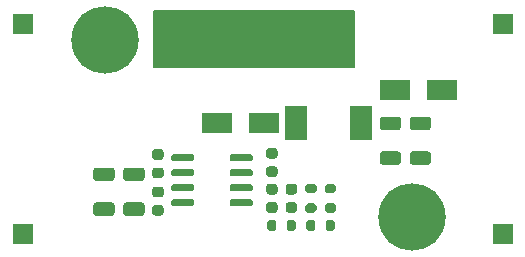
<source format=gts>
%TF.GenerationSoftware,KiCad,Pcbnew,(5.1.9)-1*%
%TF.CreationDate,2021-01-18T19:47:50+01:00*%
%TF.ProjectId,DC-DC-only,44432d44-432d-46f6-9e6c-792e6b696361,rev?*%
%TF.SameCoordinates,Original*%
%TF.FileFunction,Soldermask,Top*%
%TF.FilePolarity,Negative*%
%FSLAX46Y46*%
G04 Gerber Fmt 4.6, Leading zero omitted, Abs format (unit mm)*
G04 Created by KiCad (PCBNEW (5.1.9)-1) date 2021-01-18 19:47:50*
%MOMM*%
%LPD*%
G01*
G04 APERTURE LIST*
%ADD10C,0.150000*%
%ADD11R,2.500000X1.800000*%
%ADD12R,1.700000X1.700000*%
%ADD13R,1.950000X3.000000*%
%ADD14C,5.700000*%
%ADD15C,1.600000*%
%ADD16O,1.600000X1.600000*%
G04 APERTURE END LIST*
D10*
%TO.C,LO1*%
G36*
X133077200Y-80171600D02*
G01*
X116110000Y-80171600D01*
X116110000Y-84896000D01*
X133077200Y-84896000D01*
X133077200Y-80171600D01*
G37*
X133077200Y-80171600D02*
X116110000Y-80171600D01*
X116110000Y-84896000D01*
X133077200Y-84896000D01*
X133077200Y-80171600D01*
%TD*%
%TO.C,C1*%
G36*
G01*
X111236999Y-96355000D02*
X112537001Y-96355000D01*
G75*
G02*
X112787000Y-96604999I0J-249999D01*
G01*
X112787000Y-97255001D01*
G75*
G02*
X112537001Y-97505000I-249999J0D01*
G01*
X111236999Y-97505000D01*
G75*
G02*
X110987000Y-97255001I0J249999D01*
G01*
X110987000Y-96604999D01*
G75*
G02*
X111236999Y-96355000I249999J0D01*
G01*
G37*
G36*
G01*
X111236999Y-93405000D02*
X112537001Y-93405000D01*
G75*
G02*
X112787000Y-93654999I0J-249999D01*
G01*
X112787000Y-94305001D01*
G75*
G02*
X112537001Y-94555000I-249999J0D01*
G01*
X111236999Y-94555000D01*
G75*
G02*
X110987000Y-94305001I0J249999D01*
G01*
X110987000Y-93654999D01*
G75*
G02*
X111236999Y-93405000I249999J0D01*
G01*
G37*
%TD*%
%TO.C,C2*%
G36*
G01*
X113776999Y-96355000D02*
X115077001Y-96355000D01*
G75*
G02*
X115327000Y-96604999I0J-249999D01*
G01*
X115327000Y-97255001D01*
G75*
G02*
X115077001Y-97505000I-249999J0D01*
G01*
X113776999Y-97505000D01*
G75*
G02*
X113527000Y-97255001I0J249999D01*
G01*
X113527000Y-96604999D01*
G75*
G02*
X113776999Y-96355000I249999J0D01*
G01*
G37*
G36*
G01*
X113776999Y-93405000D02*
X115077001Y-93405000D01*
G75*
G02*
X115327000Y-93654999I0J-249999D01*
G01*
X115327000Y-94305001D01*
G75*
G02*
X115077001Y-94555000I-249999J0D01*
G01*
X113776999Y-94555000D01*
G75*
G02*
X113527000Y-94305001I0J249999D01*
G01*
X113527000Y-93654999D01*
G75*
G02*
X113776999Y-93405000I249999J0D01*
G01*
G37*
%TD*%
%TO.C,C3*%
G36*
G01*
X116709000Y-92753000D02*
X116209000Y-92753000D01*
G75*
G02*
X115984000Y-92528000I0J225000D01*
G01*
X115984000Y-92078000D01*
G75*
G02*
X116209000Y-91853000I225000J0D01*
G01*
X116709000Y-91853000D01*
G75*
G02*
X116934000Y-92078000I0J-225000D01*
G01*
X116934000Y-92528000D01*
G75*
G02*
X116709000Y-92753000I-225000J0D01*
G01*
G37*
G36*
G01*
X116709000Y-94303000D02*
X116209000Y-94303000D01*
G75*
G02*
X115984000Y-94078000I0J225000D01*
G01*
X115984000Y-93628000D01*
G75*
G02*
X116209000Y-93403000I225000J0D01*
G01*
X116709000Y-93403000D01*
G75*
G02*
X116934000Y-93628000I0J-225000D01*
G01*
X116934000Y-94078000D01*
G75*
G02*
X116709000Y-94303000I-225000J0D01*
G01*
G37*
%TD*%
%TO.C,C4*%
G36*
G01*
X125861000Y-93302000D02*
X126361000Y-93302000D01*
G75*
G02*
X126586000Y-93527000I0J-225000D01*
G01*
X126586000Y-93977000D01*
G75*
G02*
X126361000Y-94202000I-225000J0D01*
G01*
X125861000Y-94202000D01*
G75*
G02*
X125636000Y-93977000I0J225000D01*
G01*
X125636000Y-93527000D01*
G75*
G02*
X125861000Y-93302000I225000J0D01*
G01*
G37*
G36*
G01*
X125861000Y-91752000D02*
X126361000Y-91752000D01*
G75*
G02*
X126586000Y-91977000I0J-225000D01*
G01*
X126586000Y-92427000D01*
G75*
G02*
X126361000Y-92652000I-225000J0D01*
G01*
X125861000Y-92652000D01*
G75*
G02*
X125636000Y-92427000I0J225000D01*
G01*
X125636000Y-91977000D01*
G75*
G02*
X125861000Y-91752000I225000J0D01*
G01*
G37*
%TD*%
%TO.C,C5*%
G36*
G01*
X116209000Y-96578000D02*
X116709000Y-96578000D01*
G75*
G02*
X116934000Y-96803000I0J-225000D01*
G01*
X116934000Y-97253000D01*
G75*
G02*
X116709000Y-97478000I-225000J0D01*
G01*
X116209000Y-97478000D01*
G75*
G02*
X115984000Y-97253000I0J225000D01*
G01*
X115984000Y-96803000D01*
G75*
G02*
X116209000Y-96578000I225000J0D01*
G01*
G37*
G36*
G01*
X116209000Y-95028000D02*
X116709000Y-95028000D01*
G75*
G02*
X116934000Y-95253000I0J-225000D01*
G01*
X116934000Y-95703000D01*
G75*
G02*
X116709000Y-95928000I-225000J0D01*
G01*
X116209000Y-95928000D01*
G75*
G02*
X115984000Y-95703000I0J225000D01*
G01*
X115984000Y-95253000D01*
G75*
G02*
X116209000Y-95028000I225000J0D01*
G01*
G37*
%TD*%
%TO.C,C6*%
G36*
G01*
X125861000Y-96337000D02*
X126361000Y-96337000D01*
G75*
G02*
X126586000Y-96562000I0J-225000D01*
G01*
X126586000Y-97012000D01*
G75*
G02*
X126361000Y-97237000I-225000J0D01*
G01*
X125861000Y-97237000D01*
G75*
G02*
X125636000Y-97012000I0J225000D01*
G01*
X125636000Y-96562000D01*
G75*
G02*
X125861000Y-96337000I225000J0D01*
G01*
G37*
G36*
G01*
X125861000Y-94787000D02*
X126361000Y-94787000D01*
G75*
G02*
X126586000Y-95012000I0J-225000D01*
G01*
X126586000Y-95462000D01*
G75*
G02*
X126361000Y-95687000I-225000J0D01*
G01*
X125861000Y-95687000D01*
G75*
G02*
X125636000Y-95462000I0J225000D01*
G01*
X125636000Y-95012000D01*
G75*
G02*
X125861000Y-94787000I225000J0D01*
G01*
G37*
%TD*%
%TO.C,C7*%
G36*
G01*
X127512000Y-96337000D02*
X128012000Y-96337000D01*
G75*
G02*
X128237000Y-96562000I0J-225000D01*
G01*
X128237000Y-97012000D01*
G75*
G02*
X128012000Y-97237000I-225000J0D01*
G01*
X127512000Y-97237000D01*
G75*
G02*
X127287000Y-97012000I0J225000D01*
G01*
X127287000Y-96562000D01*
G75*
G02*
X127512000Y-96337000I225000J0D01*
G01*
G37*
G36*
G01*
X127512000Y-94787000D02*
X128012000Y-94787000D01*
G75*
G02*
X128237000Y-95012000I0J-225000D01*
G01*
X128237000Y-95462000D01*
G75*
G02*
X128012000Y-95687000I-225000J0D01*
G01*
X127512000Y-95687000D01*
G75*
G02*
X127287000Y-95462000I0J225000D01*
G01*
X127287000Y-95012000D01*
G75*
G02*
X127512000Y-94787000I225000J0D01*
G01*
G37*
%TD*%
%TO.C,C8*%
G36*
G01*
X135493999Y-92037000D02*
X136794001Y-92037000D01*
G75*
G02*
X137044000Y-92286999I0J-249999D01*
G01*
X137044000Y-92937001D01*
G75*
G02*
X136794001Y-93187000I-249999J0D01*
G01*
X135493999Y-93187000D01*
G75*
G02*
X135244000Y-92937001I0J249999D01*
G01*
X135244000Y-92286999D01*
G75*
G02*
X135493999Y-92037000I249999J0D01*
G01*
G37*
G36*
G01*
X135493999Y-89087000D02*
X136794001Y-89087000D01*
G75*
G02*
X137044000Y-89336999I0J-249999D01*
G01*
X137044000Y-89987001D01*
G75*
G02*
X136794001Y-90237000I-249999J0D01*
G01*
X135493999Y-90237000D01*
G75*
G02*
X135244000Y-89987001I0J249999D01*
G01*
X135244000Y-89336999D01*
G75*
G02*
X135493999Y-89087000I249999J0D01*
G01*
G37*
%TD*%
%TO.C,C9*%
G36*
G01*
X138033999Y-92037000D02*
X139334001Y-92037000D01*
G75*
G02*
X139584000Y-92286999I0J-249999D01*
G01*
X139584000Y-92937001D01*
G75*
G02*
X139334001Y-93187000I-249999J0D01*
G01*
X138033999Y-93187000D01*
G75*
G02*
X137784000Y-92937001I0J249999D01*
G01*
X137784000Y-92286999D01*
G75*
G02*
X138033999Y-92037000I249999J0D01*
G01*
G37*
G36*
G01*
X138033999Y-89087000D02*
X139334001Y-89087000D01*
G75*
G02*
X139584000Y-89336999I0J-249999D01*
G01*
X139584000Y-89987001D01*
G75*
G02*
X139334001Y-90237000I-249999J0D01*
G01*
X138033999Y-90237000D01*
G75*
G02*
X137784000Y-89987001I0J249999D01*
G01*
X137784000Y-89336999D01*
G75*
G02*
X138033999Y-89087000I249999J0D01*
G01*
G37*
%TD*%
D11*
%TO.C,D1*%
X121444000Y-89662000D03*
X125444000Y-89662000D03*
%TD*%
D12*
%TO.C,J1*%
X105000000Y-81220000D03*
%TD*%
%TO.C,J2*%
X145640000Y-99060000D03*
%TD*%
%TO.C,J3*%
X145640000Y-81220000D03*
%TD*%
%TO.C,J4*%
X105000000Y-99000000D03*
%TD*%
D13*
%TO.C,L1*%
X133687000Y-89662000D03*
X128187000Y-89662000D03*
%TD*%
%TO.C,R3*%
G36*
G01*
X127348800Y-98573000D02*
X127348800Y-98023000D01*
G75*
G02*
X127548800Y-97823000I200000J0D01*
G01*
X127948800Y-97823000D01*
G75*
G02*
X128148800Y-98023000I0J-200000D01*
G01*
X128148800Y-98573000D01*
G75*
G02*
X127948800Y-98773000I-200000J0D01*
G01*
X127548800Y-98773000D01*
G75*
G02*
X127348800Y-98573000I0J200000D01*
G01*
G37*
G36*
G01*
X125698800Y-98573000D02*
X125698800Y-98023000D01*
G75*
G02*
X125898800Y-97823000I200000J0D01*
G01*
X126298800Y-97823000D01*
G75*
G02*
X126498800Y-98023000I0J-200000D01*
G01*
X126498800Y-98573000D01*
G75*
G02*
X126298800Y-98773000I-200000J0D01*
G01*
X125898800Y-98773000D01*
G75*
G02*
X125698800Y-98573000I0J200000D01*
G01*
G37*
%TD*%
%TO.C,R5*%
G36*
G01*
X129138000Y-96437000D02*
X129688000Y-96437000D01*
G75*
G02*
X129888000Y-96637000I0J-200000D01*
G01*
X129888000Y-97037000D01*
G75*
G02*
X129688000Y-97237000I-200000J0D01*
G01*
X129138000Y-97237000D01*
G75*
G02*
X128938000Y-97037000I0J200000D01*
G01*
X128938000Y-96637000D01*
G75*
G02*
X129138000Y-96437000I200000J0D01*
G01*
G37*
G36*
G01*
X129138000Y-94787000D02*
X129688000Y-94787000D01*
G75*
G02*
X129888000Y-94987000I0J-200000D01*
G01*
X129888000Y-95387000D01*
G75*
G02*
X129688000Y-95587000I-200000J0D01*
G01*
X129138000Y-95587000D01*
G75*
G02*
X128938000Y-95387000I0J200000D01*
G01*
X128938000Y-94987000D01*
G75*
G02*
X129138000Y-94787000I200000J0D01*
G01*
G37*
%TD*%
%TO.C,R6*%
G36*
G01*
X130789000Y-96437000D02*
X131339000Y-96437000D01*
G75*
G02*
X131539000Y-96637000I0J-200000D01*
G01*
X131539000Y-97037000D01*
G75*
G02*
X131339000Y-97237000I-200000J0D01*
G01*
X130789000Y-97237000D01*
G75*
G02*
X130589000Y-97037000I0J200000D01*
G01*
X130589000Y-96637000D01*
G75*
G02*
X130789000Y-96437000I200000J0D01*
G01*
G37*
G36*
G01*
X130789000Y-94787000D02*
X131339000Y-94787000D01*
G75*
G02*
X131539000Y-94987000I0J-200000D01*
G01*
X131539000Y-95387000D01*
G75*
G02*
X131339000Y-95587000I-200000J0D01*
G01*
X130789000Y-95587000D01*
G75*
G02*
X130589000Y-95387000I0J200000D01*
G01*
X130589000Y-94987000D01*
G75*
G02*
X130789000Y-94787000I200000J0D01*
G01*
G37*
%TD*%
%TO.C,R7*%
G36*
G01*
X129800800Y-98023000D02*
X129800800Y-98573000D01*
G75*
G02*
X129600800Y-98773000I-200000J0D01*
G01*
X129200800Y-98773000D01*
G75*
G02*
X129000800Y-98573000I0J200000D01*
G01*
X129000800Y-98023000D01*
G75*
G02*
X129200800Y-97823000I200000J0D01*
G01*
X129600800Y-97823000D01*
G75*
G02*
X129800800Y-98023000I0J-200000D01*
G01*
G37*
G36*
G01*
X131450800Y-98023000D02*
X131450800Y-98573000D01*
G75*
G02*
X131250800Y-98773000I-200000J0D01*
G01*
X130850800Y-98773000D01*
G75*
G02*
X130650800Y-98573000I0J200000D01*
G01*
X130650800Y-98023000D01*
G75*
G02*
X130850800Y-97823000I200000J0D01*
G01*
X131250800Y-97823000D01*
G75*
G02*
X131450800Y-98023000I0J-200000D01*
G01*
G37*
%TD*%
%TO.C,U1*%
G36*
G01*
X122531000Y-92733000D02*
X122531000Y-92433000D01*
G75*
G02*
X122681000Y-92283000I150000J0D01*
G01*
X124331000Y-92283000D01*
G75*
G02*
X124481000Y-92433000I0J-150000D01*
G01*
X124481000Y-92733000D01*
G75*
G02*
X124331000Y-92883000I-150000J0D01*
G01*
X122681000Y-92883000D01*
G75*
G02*
X122531000Y-92733000I0J150000D01*
G01*
G37*
G36*
G01*
X122531000Y-94003000D02*
X122531000Y-93703000D01*
G75*
G02*
X122681000Y-93553000I150000J0D01*
G01*
X124331000Y-93553000D01*
G75*
G02*
X124481000Y-93703000I0J-150000D01*
G01*
X124481000Y-94003000D01*
G75*
G02*
X124331000Y-94153000I-150000J0D01*
G01*
X122681000Y-94153000D01*
G75*
G02*
X122531000Y-94003000I0J150000D01*
G01*
G37*
G36*
G01*
X122531000Y-95273000D02*
X122531000Y-94973000D01*
G75*
G02*
X122681000Y-94823000I150000J0D01*
G01*
X124331000Y-94823000D01*
G75*
G02*
X124481000Y-94973000I0J-150000D01*
G01*
X124481000Y-95273000D01*
G75*
G02*
X124331000Y-95423000I-150000J0D01*
G01*
X122681000Y-95423000D01*
G75*
G02*
X122531000Y-95273000I0J150000D01*
G01*
G37*
G36*
G01*
X122531000Y-96543000D02*
X122531000Y-96243000D01*
G75*
G02*
X122681000Y-96093000I150000J0D01*
G01*
X124331000Y-96093000D01*
G75*
G02*
X124481000Y-96243000I0J-150000D01*
G01*
X124481000Y-96543000D01*
G75*
G02*
X124331000Y-96693000I-150000J0D01*
G01*
X122681000Y-96693000D01*
G75*
G02*
X122531000Y-96543000I0J150000D01*
G01*
G37*
G36*
G01*
X117581000Y-96543000D02*
X117581000Y-96243000D01*
G75*
G02*
X117731000Y-96093000I150000J0D01*
G01*
X119381000Y-96093000D01*
G75*
G02*
X119531000Y-96243000I0J-150000D01*
G01*
X119531000Y-96543000D01*
G75*
G02*
X119381000Y-96693000I-150000J0D01*
G01*
X117731000Y-96693000D01*
G75*
G02*
X117581000Y-96543000I0J150000D01*
G01*
G37*
G36*
G01*
X117581000Y-95273000D02*
X117581000Y-94973000D01*
G75*
G02*
X117731000Y-94823000I150000J0D01*
G01*
X119381000Y-94823000D01*
G75*
G02*
X119531000Y-94973000I0J-150000D01*
G01*
X119531000Y-95273000D01*
G75*
G02*
X119381000Y-95423000I-150000J0D01*
G01*
X117731000Y-95423000D01*
G75*
G02*
X117581000Y-95273000I0J150000D01*
G01*
G37*
G36*
G01*
X117581000Y-94003000D02*
X117581000Y-93703000D01*
G75*
G02*
X117731000Y-93553000I150000J0D01*
G01*
X119381000Y-93553000D01*
G75*
G02*
X119531000Y-93703000I0J-150000D01*
G01*
X119531000Y-94003000D01*
G75*
G02*
X119381000Y-94153000I-150000J0D01*
G01*
X117731000Y-94153000D01*
G75*
G02*
X117581000Y-94003000I0J150000D01*
G01*
G37*
G36*
G01*
X117581000Y-92733000D02*
X117581000Y-92433000D01*
G75*
G02*
X117731000Y-92283000I150000J0D01*
G01*
X119381000Y-92283000D01*
G75*
G02*
X119531000Y-92433000I0J-150000D01*
G01*
X119531000Y-92733000D01*
G75*
G02*
X119381000Y-92883000I-150000J0D01*
G01*
X117731000Y-92883000D01*
G75*
G02*
X117581000Y-92733000I0J150000D01*
G01*
G37*
%TD*%
D14*
%TO.C,H1*%
X112000000Y-82610000D03*
%TD*%
%TO.C,H3*%
X138000000Y-97610000D03*
%TD*%
D15*
%TO.C,LO1*%
X121164600Y-81644800D03*
D16*
X128784600Y-81644800D03*
G36*
G01*
X123654600Y-82319800D02*
X123654600Y-80969800D01*
G75*
G02*
X123879600Y-80744800I225000J0D01*
G01*
X124329600Y-80744800D01*
G75*
G02*
X124554600Y-80969800I0J-225000D01*
G01*
X124554600Y-82319800D01*
G75*
G02*
X124329600Y-82544800I-225000J0D01*
G01*
X123879600Y-82544800D01*
G75*
G02*
X123654600Y-82319800I0J225000D01*
G01*
G37*
G36*
G01*
X125394600Y-82319800D02*
X125394600Y-80969800D01*
G75*
G02*
X125619600Y-80744800I225000J0D01*
G01*
X126069600Y-80744800D01*
G75*
G02*
X126294600Y-80969800I0J-225000D01*
G01*
X126294600Y-82319800D01*
G75*
G02*
X126069600Y-82544800I-225000J0D01*
G01*
X125619600Y-82544800D01*
G75*
G02*
X125394600Y-82319800I0J225000D01*
G01*
G37*
%TD*%
D11*
%TO.C,D2*%
X140525000Y-86868000D03*
X136525000Y-86868000D03*
%TD*%
M02*

</source>
